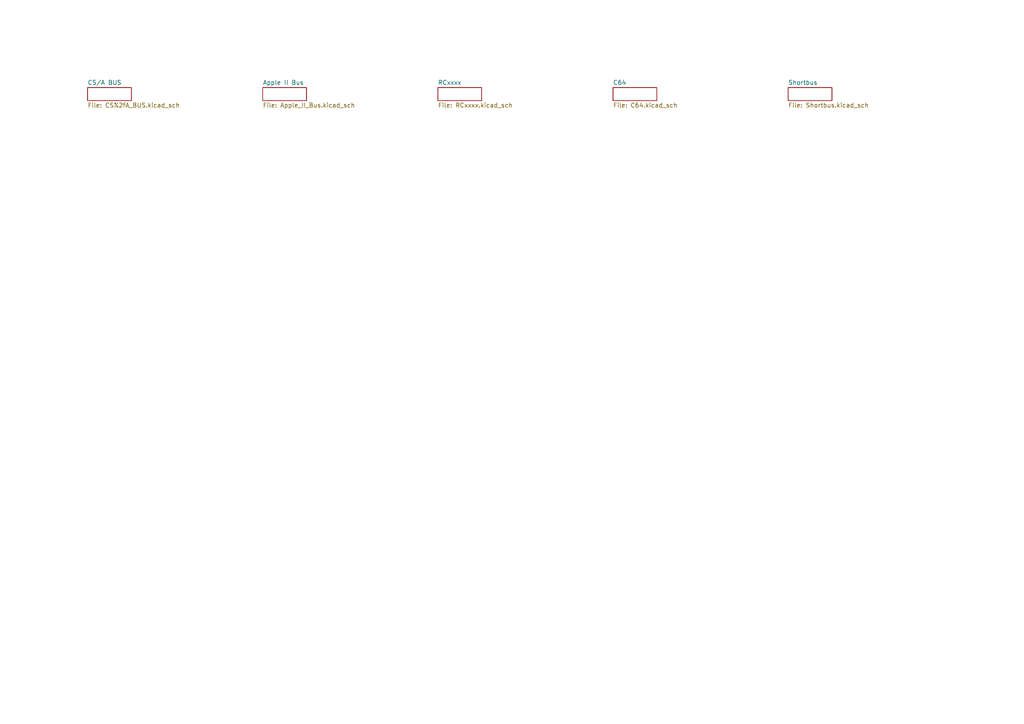
<source format=kicad_sch>
(kicad_sch
	(version 20231120)
	(generator "eeschema")
	(generator_version "8.0")
	(uuid "853198cd-9822-4f86-be33-c83d5da827d7")
	(paper "A4")
	(lib_symbols)
	(sheet
		(at 25.4 25.4)
		(size 12.7 3.81)
		(fields_autoplaced yes)
		(stroke
			(width 0)
			(type solid)
		)
		(fill
			(color 0 0 0 0.0000)
		)
		(uuid "1fe210f8-c98a-4838-9832-4bbc78dcac4a")
		(property "Sheetname" "CS/A BUS"
			(at 25.4 24.6884 0)
			(effects
				(font
					(size 1.27 1.27)
				)
				(justify left bottom)
			)
		)
		(property "Sheetfile" "CS%2fA_BUS.kicad_sch"
			(at 25.4 29.7946 0)
			(effects
				(font
					(size 1.27 1.27)
				)
				(justify left top)
			)
		)
		(instances
			(project "csa_ultrabus_v2"
				(path "/853198cd-9822-4f86-be33-c83d5da827d7"
					(page "1")
				)
			)
		)
	)
	(sheet
		(at 228.6 25.4)
		(size 12.7 3.81)
		(fields_autoplaced yes)
		(stroke
			(width 0)
			(type solid)
		)
		(fill
			(color 0 0 0 0.0000)
		)
		(uuid "54cb4c21-526c-4a4b-a16f-60eae9ce1264")
		(property "Sheetname" "Shortbus"
			(at 228.6 24.6884 0)
			(effects
				(font
					(size 1.27 1.27)
				)
				(justify left bottom)
			)
		)
		(property "Sheetfile" "Shortbus.kicad_sch"
			(at 228.6 29.7946 0)
			(effects
				(font
					(size 1.27 1.27)
				)
				(justify left top)
			)
		)
		(instances
			(project "csa_ultrabus_v2"
				(path "/853198cd-9822-4f86-be33-c83d5da827d7"
					(page "5")
				)
			)
		)
	)
	(sheet
		(at 177.8 25.4)
		(size 12.7 3.81)
		(fields_autoplaced yes)
		(stroke
			(width 0)
			(type solid)
		)
		(fill
			(color 0 0 0 0.0000)
		)
		(uuid "79492ee7-4524-4618-bb5b-9f0d9902e7e8")
		(property "Sheetname" "C64"
			(at 177.8 24.6884 0)
			(effects
				(font
					(size 1.27 1.27)
				)
				(justify left bottom)
			)
		)
		(property "Sheetfile" "C64.kicad_sch"
			(at 177.8 29.7946 0)
			(effects
				(font
					(size 1.27 1.27)
				)
				(justify left top)
			)
		)
		(instances
			(project "csa_ultrabus_v2"
				(path "/853198cd-9822-4f86-be33-c83d5da827d7"
					(page "4")
				)
			)
		)
	)
	(sheet
		(at 76.2 25.4)
		(size 12.7 3.81)
		(fields_autoplaced yes)
		(stroke
			(width 0)
			(type solid)
		)
		(fill
			(color 0 0 0 0.0000)
		)
		(uuid "aae24c6a-3b65-4530-9bc3-3c3dd58e8ebc")
		(property "Sheetname" "Apple II Bus"
			(at 76.2 24.6884 0)
			(effects
				(font
					(size 1.27 1.27)
				)
				(justify left bottom)
			)
		)
		(property "Sheetfile" "Apple_II_Bus.kicad_sch"
			(at 76.2 29.7946 0)
			(effects
				(font
					(size 1.27 1.27)
				)
				(justify left top)
			)
		)
		(instances
			(project "csa_ultrabus_v2"
				(path "/853198cd-9822-4f86-be33-c83d5da827d7"
					(page "2")
				)
			)
		)
	)
	(sheet
		(at 127 25.4)
		(size 12.7 3.81)
		(fields_autoplaced yes)
		(stroke
			(width 0)
			(type solid)
		)
		(fill
			(color 0 0 0 0.0000)
		)
		(uuid "fde785bd-efae-48a8-86cb-f2ef6cfd3419")
		(property "Sheetname" "RCxxxx"
			(at 127 24.6884 0)
			(effects
				(font
					(size 1.27 1.27)
				)
				(justify left bottom)
			)
		)
		(property "Sheetfile" "RCxxxx.kicad_sch"
			(at 127 29.7946 0)
			(effects
				(font
					(size 1.27 1.27)
				)
				(justify left top)
			)
		)
		(instances
			(project "csa_ultrabus_v2"
				(path "/853198cd-9822-4f86-be33-c83d5da827d7"
					(page "3")
				)
			)
		)
	)
	(sheet_instances
		(path "/"
			(page "1")
		)
	)
)

</source>
